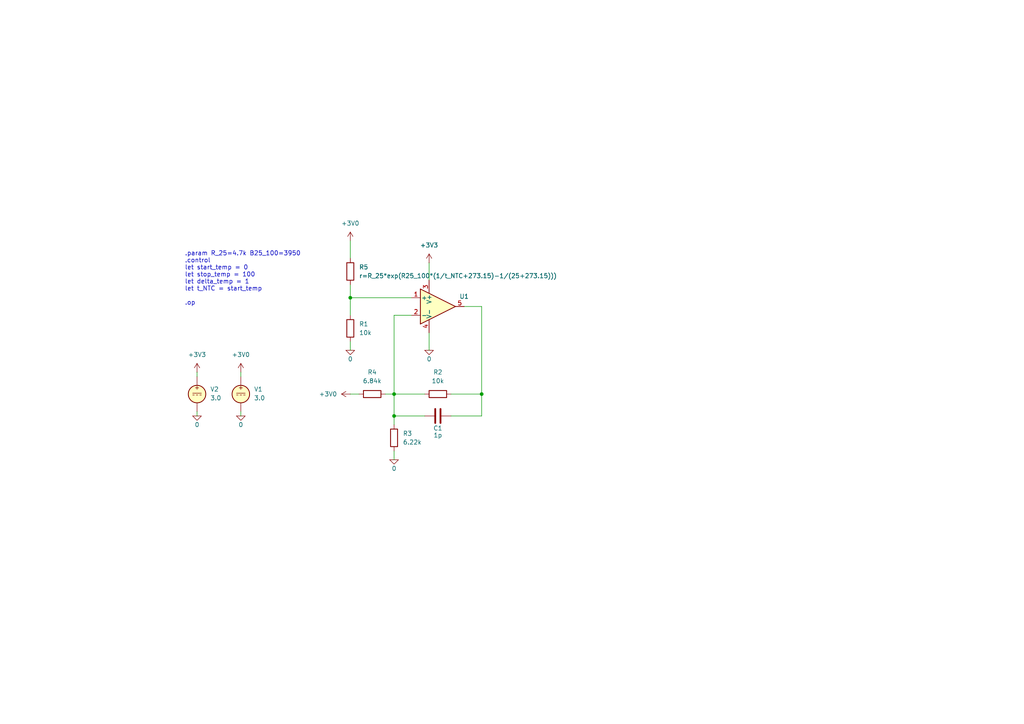
<source format=kicad_sch>
(kicad_sch (version 20231120) (generator "eeschema") (generator_version "8.0")
  (paper "A4")
  (lib_symbols
    (symbol "Device:C" (pin_numbers hide) (pin_names (offset 0.254))
      (property "Reference" "C" (at 0.635 2.54 0))
      (property "Value" "C" (at 0.635 -2.54 0))
      (symbol "C_0_1"
        (polyline (pts (xy -2.032 -0.762) (xy 2.032 -0.762)) (stroke (width 0.508)))
        (polyline (pts (xy -2.032 0.762) (xy 2.032 0.762)) (stroke (width 0.508)))
      )
      (symbol "C_1_1"
        (pin passive line (at 0 3.81 270) (length 2.794) (name "~") (number "1"))
        (pin passive line (at 0 -3.81 90) (length 2.794) (name "~") (number "2"))
      )
    )
    (symbol "Device:R" (pin_numbers hide) (pin_names (offset 0))
      (property "Reference" "R" (at 2.032 0 90))
      (property "Value" "R" (at 0 0 90))
      (symbol "R_0_1"
        (rectangle (start -1.016 -2.54) (end 1.016 2.54) (stroke (width 0.254)))
      )
      (symbol "R_1_1"
        (pin passive line (at 0 3.81 270) (length 1.27) (name "~") (number "1"))
        (pin passive line (at 0 -3.81 90) (length 1.27) (name "~") (number "2"))
      )
    )
    (symbol "Simulation_SPICE:0" (power) (pin_numbers hide) (pin_names (offset 0) hide)
      (property "Value" "0" (at 0 -2.54 0))
      (symbol "0_0_1"
        (polyline (pts (xy -1.27 0) (xy 0 -1.27) (xy 1.27 0) (xy -1.27 0)))
      )
      (symbol "0_1_1"
        (pin power_in line (at 0 0 0) (length 0) (name "~") (number "1"))
      )
    )
    (symbol "Simulation_SPICE:OPAMP" (pin_names (offset 0.254))
      (property "Reference" "U" (at 3.81 3.175 0))
      (property "Value" "${SIM.PARAMS}" (at 3.81 -3.175 0))
      (symbol "OPAMP_0_1"
        (polyline (pts (xy 5.08 0) (xy -5.08 5.08) (xy -5.08 -5.08) (xy 5.08 0)) (stroke (width 0.254)) (fill (type background)))
      )
      (symbol "OPAMP_1_1"
        (pin input line (at -7.62 2.54 0) (length 2.54) (name "+") (number "1"))
        (pin input line (at -7.62 -2.54 0) (length 2.54) (name "-") (number "2"))
        (pin power_in line (at -2.54 7.62 270) (length 3.81) (name "V+") (number "3"))
        (pin power_in line (at -2.54 -7.62 90) (length 3.81) (name "V-") (number "4"))
        (pin output line (at 7.62 0 180) (length 2.54) (name "~") (number "5"))
      )
    )
    (symbol "Simulation_SPICE:VDC" (pin_numbers hide) (pin_names (offset 0.0254))
      (property "Reference" "V" (at 2.54 2.54 0))
      (property "Value" "1" (at 2.54 0 0))
      (symbol "VDC_0_0"
        (polyline (pts (xy -1.27 0.254) (xy 1.27 0.254)))
        (polyline (pts (xy -0.762 -0.254) (xy -1.27 -0.254)))
        (polyline (pts (xy 0.254 -0.254) (xy -0.254 -0.254)))
        (polyline (pts (xy 1.27 -0.254) (xy 0.762 -0.254)))
        (text "+" (at 0 1.905 0) (effects (font (size 1.27 1.27))))
      )
      (symbol "VDC_0_1"
        (circle (center 0 0) (radius 2.54) (stroke (width 0.254)) (fill (type background)))
      )
      (symbol "VDC_1_1"
        (pin passive line (at 0 5.08 270) (length 2.54) (name "~") (number "1"))
        (pin passive line (at 0 -5.08 90) (length 2.54) (name "~") (number "2"))
      )
    )
    (symbol "power:+3V0" (power) (pin_numbers hide) (pin_names (offset 0) hide)
      (property "Value" "+3V0" (at 0 3.556 0))
      (symbol "+3V0_0_1"
        (polyline (pts (xy -0.762 1.27) (xy 0 2.54)))
        (polyline (pts (xy 0 0) (xy 0 2.54)))
        (polyline (pts (xy 0 2.54) (xy 0.762 1.27)))
      )
      (symbol "+3V0_1_1"
        (pin power_in line (at 0 0 90) (length 0) (name "~") (number "1"))
      )
    )
    (symbol "power:+3V3" (power) (pin_numbers hide) (pin_names (offset 0) hide)
      (property "Value" "+3V3" (at 0 3.556 0))
      (symbol "+3V3_0_1"
        (polyline (pts (xy -0.762 1.27) (xy 0 2.54)))
        (polyline (pts (xy 0 0) (xy 0 2.54)))
        (polyline (pts (xy 0 2.54) (xy 0.762 1.27)))
      )
      (symbol "+3V3_1_1"
        (pin power_in line (at 0 0 90) (length 0) (name "~") (number "1"))
      )
    )
  )
  (junction (at 139.7 114.3))
  (junction (at 114.3 120.65))
  (junction (at 114.3 114.3))
  (junction (at 101.6 86.36))
  (wire (pts (xy 101.6 86.36) (xy 101.6 82.55)))
  (wire (pts (xy 119.38 86.36) (xy 101.6 86.36)))
  (wire (pts (xy 139.7 88.9) (xy 139.7 114.3)))
  (wire (pts (xy 114.3 130.81) (xy 114.3 133.35)))
  (wire (pts (xy 134.62 88.9) (xy 139.7 88.9)))
  (wire (pts (xy 101.6 99.06) (xy 101.6 101.6)))
  (wire (pts (xy 111.76 114.3) (xy 114.3 114.3)))
  (wire (pts (xy 123.19 114.3) (xy 114.3 114.3)))
  (wire (pts (xy 101.6 69.85) (xy 101.6 74.93)))
  (wire (pts (xy 101.6 86.36) (xy 101.6 91.44)))
  (wire (pts (xy 101.6 114.3) (xy 104.14 114.3)))
  (wire (pts (xy 114.3 120.65) (xy 114.3 123.19)))
  (wire (pts (xy 139.7 120.65) (xy 139.7 114.3)))
  (wire (pts (xy 139.7 114.3) (xy 130.81 114.3)))
  (wire (pts (xy 114.3 114.3) (xy 114.3 91.44)))
  (wire (pts (xy 69.85 107.95) (xy 69.85 109.22)))
  (wire (pts (xy 57.15 107.95) (xy 57.15 109.22)))
  (wire (pts (xy 124.46 96.52) (xy 124.46 101.6)))
  (wire (pts (xy 123.19 120.65) (xy 114.3 120.65)))
  (wire (pts (xy 57.15 119.38) (xy 57.15 120.65)))
  (wire (pts (xy 69.85 119.38) (xy 69.85 120.65)))
  (wire (pts (xy 114.3 91.44) (xy 119.38 91.44)))
  (wire (pts (xy 124.46 76.2) (xy 124.46 81.28)))
  (wire (pts (xy 114.3 114.3) (xy 114.3 120.65)))
  (wire (pts (xy 130.81 120.65) (xy 139.7 120.65)))
  (text "\n\n.param R_25=4.7k B25_100=3950\n.control\nlet start_temp = 0\nlet stop_temp = 100\nlet delta_temp = 1\nlet t_NTC = start_temp\n\n.op" (at 53.594 78.74 0) (effects (font (size 1.27 1.27)) (justify left)))
  (symbol (lib_id "Simulation_SPICE:0") (at 114.3 133.35 0) (unit 1)
    (property "Reference" "#GND01" (effects (hide yes)))
    (property "Value" "0" (at 114.3 135.89 0))
    (property "Datasheet" "https://ngspice.sourceforge.io/docs/ngspice-html-manual/manual.xhtml#subsec_Circuit_elements__device" (effects (hide yes)))
    (property "Description" "0V reference potential for simulation" (effects (hide yes)))
  )
  (symbol (lib_id "Device:C") (at 127 120.65 90) (unit 1)
    (property "Reference" "C1" (at 127 124.206 90))
    (property "Value" "1p" (at 127 126.238 90))
    (property "Description" "Unpolarized capacitor" (effects (hide yes)))
  )
  (symbol (lib_id "Simulation_SPICE:0") (at 124.46 101.6 0) (unit 1)
    (property "Reference" "#GND02" (effects (hide yes)))
    (property "Value" "0" (at 124.46 104.14 0))
    (property "Datasheet" "https://ngspice.sourceforge.io/docs/ngspice-html-manual/manual.xhtml#subsec_Circuit_elements__device" (effects (hide yes)))
    (property "Description" "0V reference potential for simulation" (effects (hide yes)))
  )
  (symbol (lib_id "power:+3V0") (at 69.85 107.95 0) (unit 1)
    (property "Reference" "#PWR01" (effects (hide yes)))
    (property "Value" "+3V0" (at 69.85 102.87 0))
    (property "Description" "Power symbol creates a global label with name \"+3V0\"" (effects (hide yes)))
  )
  (symbol (lib_id "Simulation_SPICE:VDC") (at 69.85 114.3 0) (unit 1)
    (property "Reference" "V1" (at 73.66 112.9001 0) (effects (justify left)))
    (property "Value" "3.0" (at 73.66 115.4401 0) (effects (justify left)))
    (property "Datasheet" "https://ngspice.sourceforge.io/docs/ngspice-html-manual/manual.xhtml#sec_Independent_Sources_for" (effects (hide yes)))
    (property "Description" "Voltage source, DC" (effects (hide yes)))
    (property "Sim.Pins" "1=+ 2=-" (effects (hide yes)))
    (property "Sim.Type" "DC" (effects (hide yes)))
    (property "Sim.Device" "V" (effects (hide yes)))
  )
  (symbol (lib_id "power:+3V0") (at 101.6 114.3 90) (unit 1)
    (property "Reference" "#PWR02" (effects (hide yes)))
    (property "Value" "+3V0" (at 97.79 114.2999 90) (effects (justify left)))
    (property "Description" "Power symbol creates a global label with name \"+3V0\"" (effects (hide yes)))
  )
  (symbol (lib_id "Device:R") (at 101.6 78.74 0) (unit 1)
    (property "Reference" "R5" (at 104.14 77.4699 0) (effects (justify left)))
    (property "Value" "${SIM.PARAMS}" (at 104.14 80.0099 0) (effects (justify left)))
    (property "Description" "Resistor" (effects (hide yes)))
    (property "Sim.Device" "R" (effects (hide yes)))
    (property "Sim.Params" "r=R_25*exp(R25_100*(1/t_NTC+273.15)-1/(25+273.15)))" (effects (hide yes)))
    (property "Sim.Pins" "1=+ 2=-" (effects (hide yes)))
    (property "Sim.Type" "=" (effects (hide yes)))
  )
  (symbol (lib_id "Device:R") (at 127 114.3 90) (unit 1)
    (property "Reference" "R2" (at 127 107.95 90))
    (property "Value" "10k" (at 127 110.49 90))
    (property "Description" "Resistor" (effects (hide yes)))
  )
  (symbol (lib_id "Simulation_SPICE:0") (at 57.15 120.65 0) (unit 1)
    (property "Reference" "#GND05" (effects (hide yes)))
    (property "Value" "0" (at 57.15 123.19 0))
    (property "Datasheet" "https://ngspice.sourceforge.io/docs/ngspice-html-manual/manual.xhtml#subsec_Circuit_elements__device" (effects (hide yes)))
    (property "Description" "0V reference potential for simulation" (effects (hide yes)))
  )
  (symbol (lib_id "power:+3V3") (at 57.15 107.95 0) (unit 1)
    (property "Reference" "#PWR04" (effects (hide yes)))
    (property "Value" "+3V3" (at 57.15 102.87 0))
    (property "Description" "Power symbol creates a global label with name \"+3V3\"" (effects (hide yes)))
  )
  (symbol (lib_id "Simulation_SPICE:VDC") (at 57.15 114.3 0) (unit 1)
    (property "Reference" "V2" (at 60.96 112.9001 0) (effects (justify left)))
    (property "Value" "3.0" (at 60.96 115.4401 0) (effects (justify left)))
    (property "Datasheet" "https://ngspice.sourceforge.io/docs/ngspice-html-manual/manual.xhtml#sec_Independent_Sources_for" (effects (hide yes)))
    (property "Description" "Voltage source, DC" (effects (hide yes)))
    (property "Sim.Pins" "1=+ 2=-" (effects (hide yes)))
    (property "Sim.Type" "DC" (effects (hide yes)))
    (property "Sim.Device" "V" (effects (hide yes)))
  )
  (symbol (lib_id "Simulation_SPICE:OPAMP") (at 127 88.9 0) (unit 1)
    (property "Reference" "U1" (at 134.62 85.979 0))
    (property "Value" "${SIM.PARAMS}" (at 134.62 87.8841 0))
    (property "Datasheet" "https://ngspice.sourceforge.io/docs/ngspice-html-manual/manual.xhtml#sec__SUBCKT_Subcircuits" (effects (hide yes)))
    (property "Description" "Operational amplifier, single, node sequence=1:+ 2:- 3:OUT 4:V+ 5:V-" (effects (hide yes)))
    (property "Sim.Pins" "1=IN+ 2=IN- 3=VCC 4=VEE 5=OUT" (effects (hide yes)))
    (property "Sim.Device" "SUBCKT" (effects (hide yes)))
    (property "Sim.Library" "spice/OPAx333.LIB" (effects (hide yes)))
    (property "Sim.Name" "OPAx333" (effects (hide yes)))
  )
  (symbol (lib_id "power:+3V0") (at 101.6 69.85 0) (unit 1)
    (property "Reference" "#PWR03" (effects (hide yes)))
    (property "Value" "+3V0" (at 101.6 64.77 0))
    (property "Description" "Power symbol creates a global label with name \"+3V0\"" (effects (hide yes)))
  )
  (symbol (lib_id "Simulation_SPICE:0") (at 69.85 120.65 0) (unit 1)
    (property "Reference" "#GND03" (effects (hide yes)))
    (property "Value" "0" (at 69.85 123.19 0))
    (property "Datasheet" "https://ngspice.sourceforge.io/docs/ngspice-html-manual/manual.xhtml#subsec_Circuit_elements__device" (effects (hide yes)))
    (property "Description" "0V reference potential for simulation" (effects (hide yes)))
  )
  (symbol (lib_id "power:+3V3") (at 124.46 76.2 0) (unit 1)
    (property "Reference" "#PWR05" (effects (hide yes)))
    (property "Value" "+3V3" (at 124.46 71.12 0))
    (property "Description" "Power symbol creates a global label with name \"+3V3\"" (effects (hide yes)))
  )
  (symbol (lib_id "Device:R") (at 114.3 127 180) (unit 1)
    (property "Reference" "R3" (at 116.84 125.7299 0) (effects (justify right)))
    (property "Value" "6.22k" (at 116.84 128.2699 0) (effects (justify right)))
    (property "Description" "Resistor" (effects (hide yes)))
  )
  (symbol (lib_id "Simulation_SPICE:0") (at 101.6 101.6 0) (unit 1)
    (property "Reference" "#GND04" (effects (hide yes)))
    (property "Value" "0" (at 101.6 104.14 0))
    (property "Datasheet" "https://ngspice.sourceforge.io/docs/ngspice-html-manual/manual.xhtml#subsec_Circuit_elements__device" (effects (hide yes)))
    (property "Description" "0V reference potential for simulation" (effects (hide yes)))
  )
  (symbol (lib_id "Device:R") (at 101.6 95.25 0) (unit 1)
    (property "Reference" "R1" (at 104.14 93.9799 0) (effects (justify left)))
    (property "Value" "10k" (at 104.14 96.5199 0) (effects (justify left)))
    (property "Description" "Resistor" (effects (hide yes)))
  )
  (symbol (lib_id "Device:R") (at 107.95 114.3 270) (unit 1)
    (property "Reference" "R4" (at 107.95 107.95 90))
    (property "Value" "6.84k" (at 107.95 110.49 90))
    (property "Description" "Resistor" (effects (hide yes)))
  )
)
</source>
